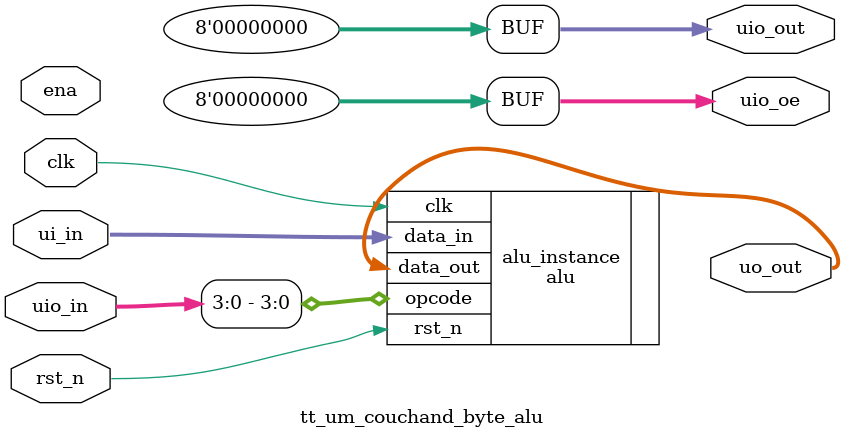
<source format=v>
/*
 * Copyright (c) 2024 Andrew Dona-Couch
 * SPDX-License-Identifier: Apache-2.0
 */

`define default_netname none

module tt_um_couchand_byte_alu (
    input  wire [7:0] ui_in,    // Dedicated inputs
    output wire [7:0] uo_out,   // Dedicated outputs
    input  wire [7:0] uio_in,   // IOs: Input path
    output wire [7:0] uio_out,  // IOs: Output path
    output wire [7:0] uio_oe,   // IOs: Enable path (active high: 0=input, 1=output)
    input  wire       ena,      // will go high when the design is enabled
    input  wire       clk,      // clock
    input  wire       rst_n     // reset_n - low to reset
);

  // All output pins must be assigned. If not used, assign to 0.
  assign uio_out = 0;
  assign uio_oe  = 0;

  alu alu_instance(
    .clk(clk),
    .rst_n(rst_n),
    .opcode(uio_in[3:0]),
    .data_in(ui_in),
    .data_out(uo_out)
  );

endmodule

</source>
